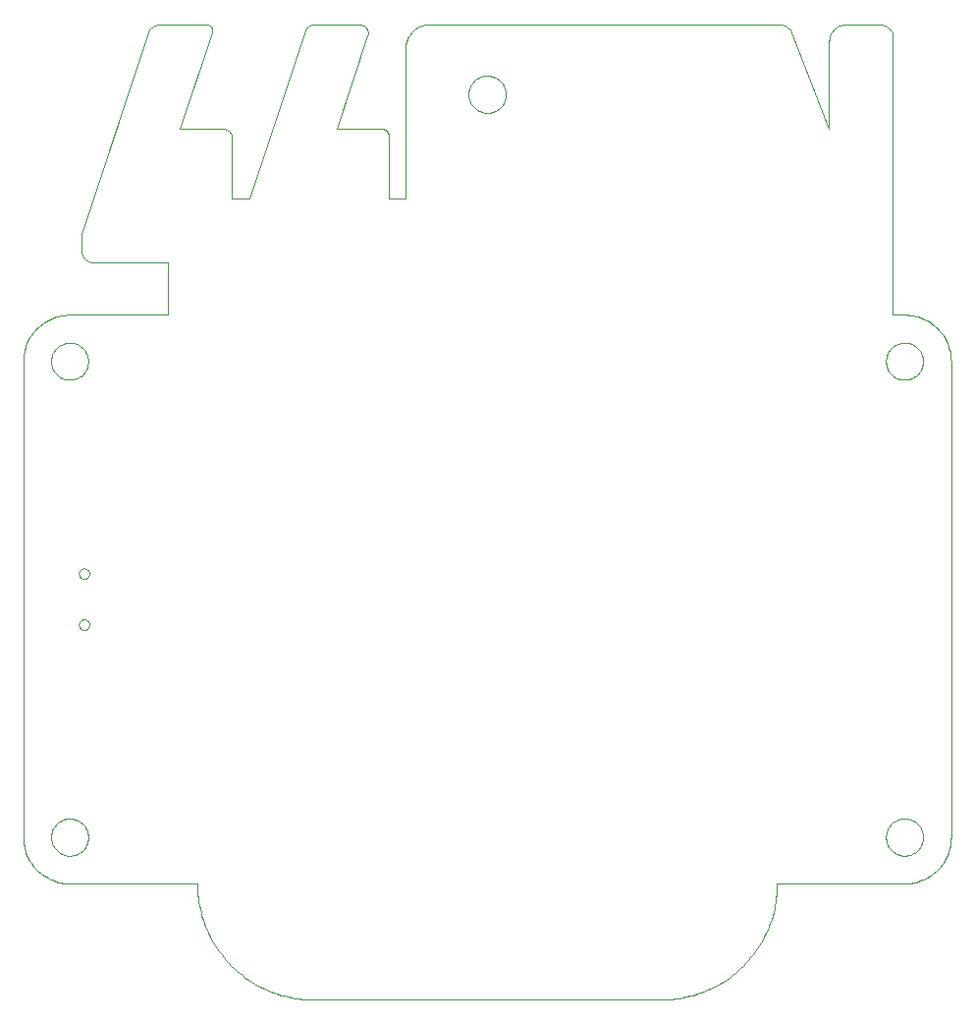
<source format=gko>
G75*
%MOIN*%
%OFA0B0*%
%FSLAX24Y24*%
%IPPOS*%
%LPD*%
%AMOC8*
5,1,8,0,0,1.08239X$1,22.5*
%
%ADD10C,0.0000*%
D10*
X005418Y005662D02*
X005418Y021804D01*
X006363Y021804D02*
X006365Y021854D01*
X006371Y021904D01*
X006381Y021953D01*
X006395Y022001D01*
X006412Y022048D01*
X006433Y022093D01*
X006458Y022137D01*
X006486Y022178D01*
X006518Y022217D01*
X006552Y022254D01*
X006589Y022288D01*
X006629Y022318D01*
X006671Y022345D01*
X006715Y022369D01*
X006761Y022390D01*
X006808Y022406D01*
X006856Y022419D01*
X006906Y022428D01*
X006955Y022433D01*
X007006Y022434D01*
X007056Y022431D01*
X007105Y022424D01*
X007154Y022413D01*
X007202Y022398D01*
X007248Y022380D01*
X007293Y022358D01*
X007336Y022332D01*
X007377Y022303D01*
X007416Y022271D01*
X007452Y022236D01*
X007484Y022198D01*
X007514Y022158D01*
X007541Y022115D01*
X007564Y022071D01*
X007583Y022025D01*
X007599Y021977D01*
X007611Y021928D01*
X007619Y021879D01*
X007623Y021829D01*
X007623Y021779D01*
X007619Y021729D01*
X007611Y021680D01*
X007599Y021631D01*
X007583Y021583D01*
X007564Y021537D01*
X007541Y021493D01*
X007514Y021450D01*
X007484Y021410D01*
X007452Y021372D01*
X007416Y021337D01*
X007377Y021305D01*
X007336Y021276D01*
X007293Y021250D01*
X007248Y021228D01*
X007202Y021210D01*
X007154Y021195D01*
X007105Y021184D01*
X007056Y021177D01*
X007006Y021174D01*
X006955Y021175D01*
X006906Y021180D01*
X006856Y021189D01*
X006808Y021202D01*
X006761Y021218D01*
X006715Y021239D01*
X006671Y021263D01*
X006629Y021290D01*
X006589Y021320D01*
X006552Y021354D01*
X006518Y021391D01*
X006486Y021430D01*
X006458Y021471D01*
X006433Y021515D01*
X006412Y021560D01*
X006395Y021607D01*
X006381Y021655D01*
X006371Y021704D01*
X006365Y021754D01*
X006363Y021804D01*
X005418Y021804D02*
X005420Y021881D01*
X005426Y021958D01*
X005435Y022035D01*
X005448Y022111D01*
X005465Y022187D01*
X005486Y022261D01*
X005510Y022335D01*
X005538Y022407D01*
X005569Y022477D01*
X005604Y022546D01*
X005642Y022614D01*
X005683Y022679D01*
X005728Y022742D01*
X005776Y022803D01*
X005826Y022862D01*
X005879Y022918D01*
X005935Y022971D01*
X005994Y023021D01*
X006055Y023069D01*
X006118Y023114D01*
X006183Y023155D01*
X006251Y023193D01*
X006320Y023228D01*
X006390Y023259D01*
X006462Y023287D01*
X006536Y023311D01*
X006610Y023332D01*
X006686Y023349D01*
X006762Y023362D01*
X006839Y023371D01*
X006916Y023377D01*
X006993Y023379D01*
X006993Y023378D02*
X010339Y023378D01*
X010339Y025150D01*
X007827Y025150D01*
X007786Y025152D01*
X007746Y025157D01*
X007707Y025167D01*
X007668Y025180D01*
X007631Y025196D01*
X007595Y025216D01*
X007562Y025239D01*
X007531Y025265D01*
X007502Y025294D01*
X007476Y025325D01*
X007453Y025358D01*
X007433Y025394D01*
X007417Y025431D01*
X007404Y025470D01*
X007394Y025509D01*
X007389Y025549D01*
X007387Y025590D01*
X007387Y026134D01*
X009659Y032952D01*
X009673Y032987D01*
X009690Y033021D01*
X009710Y033053D01*
X009733Y033083D01*
X009759Y033110D01*
X009788Y033135D01*
X009818Y033157D01*
X009851Y033176D01*
X009885Y033192D01*
X009921Y033205D01*
X009958Y033214D01*
X009995Y033219D01*
X010033Y033221D01*
X011641Y033221D01*
X011668Y033219D01*
X011694Y033214D01*
X011719Y033205D01*
X011742Y033193D01*
X011764Y033178D01*
X011784Y033160D01*
X011801Y033139D01*
X011815Y033117D01*
X011826Y033092D01*
X011833Y033067D01*
X011837Y033040D01*
X011838Y033014D01*
X011835Y032987D01*
X011828Y032962D01*
X010733Y029678D01*
X012226Y029678D01*
X012226Y029677D02*
X012257Y029675D01*
X012288Y029670D01*
X012318Y029661D01*
X012347Y029649D01*
X012374Y029634D01*
X012399Y029616D01*
X012423Y029596D01*
X012443Y029572D01*
X012461Y029547D01*
X012476Y029520D01*
X012488Y029491D01*
X012497Y029461D01*
X012502Y029430D01*
X012504Y029399D01*
X012505Y029399D02*
X012505Y027315D01*
X013095Y027315D01*
X015000Y033031D01*
X015000Y033030D02*
X015012Y033059D01*
X015027Y033087D01*
X015045Y033113D01*
X015066Y033137D01*
X015089Y033158D01*
X015115Y033176D01*
X015142Y033192D01*
X015171Y033204D01*
X015201Y033213D01*
X015233Y033218D01*
X015264Y033220D01*
X015264Y033221D02*
X016843Y033221D01*
X016843Y033220D02*
X016876Y033218D01*
X016908Y033212D01*
X016940Y033203D01*
X016970Y033189D01*
X016998Y033173D01*
X017024Y033153D01*
X017048Y033130D01*
X017069Y033105D01*
X017086Y033077D01*
X017100Y033047D01*
X017111Y033016D01*
X017118Y032984D01*
X017121Y032951D01*
X017120Y032918D01*
X017115Y032886D01*
X017107Y032854D01*
X016048Y029678D01*
X017623Y029678D01*
X017649Y029676D01*
X017674Y029671D01*
X017698Y029663D01*
X017722Y029652D01*
X017743Y029637D01*
X017762Y029620D01*
X017779Y029601D01*
X017794Y029580D01*
X017805Y029556D01*
X017813Y029532D01*
X017818Y029507D01*
X017820Y029481D01*
X017820Y027315D01*
X018410Y027315D01*
X018410Y032341D01*
X018405Y032394D01*
X018404Y032448D01*
X018406Y032502D01*
X018413Y032555D01*
X018422Y032608D01*
X018436Y032660D01*
X018453Y032711D01*
X018473Y032761D01*
X018497Y032809D01*
X018523Y032856D01*
X018553Y032901D01*
X018586Y032943D01*
X018622Y032983D01*
X018661Y033021D01*
X018702Y033056D01*
X018745Y033088D01*
X018790Y033117D01*
X018837Y033143D01*
X018886Y033165D01*
X018937Y033184D01*
X018988Y033200D01*
X019040Y033212D01*
X019094Y033221D01*
X031101Y033221D01*
X031142Y033219D01*
X031182Y033214D01*
X031221Y033204D01*
X031260Y033191D01*
X031297Y033175D01*
X031332Y033155D01*
X031366Y033132D01*
X031397Y033106D01*
X031426Y033078D01*
X031452Y033047D01*
X031475Y033013D01*
X031495Y032978D01*
X031511Y032940D01*
X032780Y029678D01*
X032780Y032664D01*
X032782Y032710D01*
X032788Y032756D01*
X032797Y032801D01*
X032810Y032845D01*
X032827Y032888D01*
X032847Y032929D01*
X032871Y032969D01*
X032897Y033006D01*
X032927Y033041D01*
X032960Y033074D01*
X032995Y033104D01*
X033032Y033130D01*
X033072Y033154D01*
X033113Y033174D01*
X033156Y033191D01*
X033200Y033204D01*
X033245Y033213D01*
X033291Y033219D01*
X033337Y033221D01*
X034505Y033221D01*
X034546Y033219D01*
X034586Y033214D01*
X034625Y033204D01*
X034664Y033191D01*
X034701Y033175D01*
X034737Y033155D01*
X034770Y033132D01*
X034801Y033106D01*
X034830Y033077D01*
X034856Y033046D01*
X034879Y033013D01*
X034899Y032977D01*
X034915Y032940D01*
X034928Y032901D01*
X034938Y032862D01*
X034943Y032822D01*
X034945Y032781D01*
X034946Y032781D02*
X034946Y023378D01*
X035339Y023378D01*
X034709Y021804D02*
X034711Y021854D01*
X034717Y021904D01*
X034727Y021953D01*
X034741Y022001D01*
X034758Y022048D01*
X034779Y022093D01*
X034804Y022137D01*
X034832Y022178D01*
X034864Y022217D01*
X034898Y022254D01*
X034935Y022288D01*
X034975Y022318D01*
X035017Y022345D01*
X035061Y022369D01*
X035107Y022390D01*
X035154Y022406D01*
X035202Y022419D01*
X035252Y022428D01*
X035301Y022433D01*
X035352Y022434D01*
X035402Y022431D01*
X035451Y022424D01*
X035500Y022413D01*
X035548Y022398D01*
X035594Y022380D01*
X035639Y022358D01*
X035682Y022332D01*
X035723Y022303D01*
X035762Y022271D01*
X035798Y022236D01*
X035830Y022198D01*
X035860Y022158D01*
X035887Y022115D01*
X035910Y022071D01*
X035929Y022025D01*
X035945Y021977D01*
X035957Y021928D01*
X035965Y021879D01*
X035969Y021829D01*
X035969Y021779D01*
X035965Y021729D01*
X035957Y021680D01*
X035945Y021631D01*
X035929Y021583D01*
X035910Y021537D01*
X035887Y021493D01*
X035860Y021450D01*
X035830Y021410D01*
X035798Y021372D01*
X035762Y021337D01*
X035723Y021305D01*
X035682Y021276D01*
X035639Y021250D01*
X035594Y021228D01*
X035548Y021210D01*
X035500Y021195D01*
X035451Y021184D01*
X035402Y021177D01*
X035352Y021174D01*
X035301Y021175D01*
X035252Y021180D01*
X035202Y021189D01*
X035154Y021202D01*
X035107Y021218D01*
X035061Y021239D01*
X035017Y021263D01*
X034975Y021290D01*
X034935Y021320D01*
X034898Y021354D01*
X034864Y021391D01*
X034832Y021430D01*
X034804Y021471D01*
X034779Y021515D01*
X034758Y021560D01*
X034741Y021607D01*
X034727Y021655D01*
X034717Y021704D01*
X034711Y021754D01*
X034709Y021804D01*
X035339Y023379D02*
X035416Y023377D01*
X035493Y023371D01*
X035570Y023362D01*
X035646Y023349D01*
X035722Y023332D01*
X035796Y023311D01*
X035870Y023287D01*
X035942Y023259D01*
X036012Y023228D01*
X036081Y023193D01*
X036149Y023155D01*
X036214Y023114D01*
X036277Y023069D01*
X036338Y023021D01*
X036397Y022971D01*
X036453Y022918D01*
X036506Y022862D01*
X036556Y022803D01*
X036604Y022742D01*
X036649Y022679D01*
X036690Y022614D01*
X036728Y022546D01*
X036763Y022477D01*
X036794Y022407D01*
X036822Y022335D01*
X036846Y022261D01*
X036867Y022187D01*
X036884Y022111D01*
X036897Y022035D01*
X036906Y021958D01*
X036912Y021881D01*
X036914Y021804D01*
X036914Y005662D01*
X034709Y005662D02*
X034711Y005712D01*
X034717Y005762D01*
X034727Y005811D01*
X034741Y005859D01*
X034758Y005906D01*
X034779Y005951D01*
X034804Y005995D01*
X034832Y006036D01*
X034864Y006075D01*
X034898Y006112D01*
X034935Y006146D01*
X034975Y006176D01*
X035017Y006203D01*
X035061Y006227D01*
X035107Y006248D01*
X035154Y006264D01*
X035202Y006277D01*
X035252Y006286D01*
X035301Y006291D01*
X035352Y006292D01*
X035402Y006289D01*
X035451Y006282D01*
X035500Y006271D01*
X035548Y006256D01*
X035594Y006238D01*
X035639Y006216D01*
X035682Y006190D01*
X035723Y006161D01*
X035762Y006129D01*
X035798Y006094D01*
X035830Y006056D01*
X035860Y006016D01*
X035887Y005973D01*
X035910Y005929D01*
X035929Y005883D01*
X035945Y005835D01*
X035957Y005786D01*
X035965Y005737D01*
X035969Y005687D01*
X035969Y005637D01*
X035965Y005587D01*
X035957Y005538D01*
X035945Y005489D01*
X035929Y005441D01*
X035910Y005395D01*
X035887Y005351D01*
X035860Y005308D01*
X035830Y005268D01*
X035798Y005230D01*
X035762Y005195D01*
X035723Y005163D01*
X035682Y005134D01*
X035639Y005108D01*
X035594Y005086D01*
X035548Y005068D01*
X035500Y005053D01*
X035451Y005042D01*
X035402Y005035D01*
X035352Y005032D01*
X035301Y005033D01*
X035252Y005038D01*
X035202Y005047D01*
X035154Y005060D01*
X035107Y005076D01*
X035061Y005097D01*
X035017Y005121D01*
X034975Y005148D01*
X034935Y005178D01*
X034898Y005212D01*
X034864Y005249D01*
X034832Y005288D01*
X034804Y005329D01*
X034779Y005373D01*
X034758Y005418D01*
X034741Y005465D01*
X034727Y005513D01*
X034717Y005562D01*
X034711Y005612D01*
X034709Y005662D01*
X035339Y004087D02*
X035416Y004089D01*
X035493Y004095D01*
X035570Y004104D01*
X035646Y004117D01*
X035722Y004134D01*
X035796Y004155D01*
X035870Y004179D01*
X035942Y004207D01*
X036012Y004238D01*
X036081Y004273D01*
X036149Y004311D01*
X036214Y004352D01*
X036277Y004397D01*
X036338Y004445D01*
X036397Y004495D01*
X036453Y004548D01*
X036506Y004604D01*
X036556Y004663D01*
X036604Y004724D01*
X036649Y004787D01*
X036690Y004852D01*
X036728Y004920D01*
X036763Y004989D01*
X036794Y005059D01*
X036822Y005131D01*
X036846Y005205D01*
X036867Y005279D01*
X036884Y005355D01*
X036897Y005431D01*
X036906Y005508D01*
X036912Y005585D01*
X036914Y005662D01*
X035339Y004087D02*
X031009Y004087D01*
X031007Y003963D01*
X031001Y003840D01*
X030992Y003716D01*
X030978Y003594D01*
X030961Y003471D01*
X030939Y003349D01*
X030914Y003228D01*
X030885Y003108D01*
X030853Y002989D01*
X030816Y002870D01*
X030776Y002753D01*
X030733Y002638D01*
X030685Y002523D01*
X030634Y002411D01*
X030580Y002300D01*
X030522Y002190D01*
X030461Y002083D01*
X030396Y001977D01*
X030328Y001874D01*
X030257Y001773D01*
X030183Y001674D01*
X030106Y001577D01*
X030025Y001483D01*
X029942Y001392D01*
X029856Y001303D01*
X029767Y001217D01*
X029676Y001134D01*
X029582Y001053D01*
X029485Y000976D01*
X029386Y000902D01*
X029285Y000831D01*
X029182Y000763D01*
X029076Y000698D01*
X028969Y000637D01*
X028859Y000579D01*
X028748Y000525D01*
X028636Y000474D01*
X028521Y000426D01*
X028406Y000383D01*
X028289Y000343D01*
X028170Y000306D01*
X028051Y000274D01*
X027931Y000245D01*
X027810Y000220D01*
X027688Y000198D01*
X027565Y000181D01*
X027443Y000167D01*
X027319Y000158D01*
X027196Y000152D01*
X027072Y000150D01*
X015261Y000150D01*
X015137Y000152D01*
X015014Y000158D01*
X014890Y000167D01*
X014768Y000181D01*
X014645Y000198D01*
X014523Y000220D01*
X014402Y000245D01*
X014282Y000274D01*
X014163Y000306D01*
X014044Y000343D01*
X013927Y000383D01*
X013812Y000426D01*
X013697Y000474D01*
X013585Y000525D01*
X013474Y000579D01*
X013364Y000637D01*
X013257Y000698D01*
X013151Y000763D01*
X013048Y000831D01*
X012947Y000902D01*
X012848Y000976D01*
X012751Y001053D01*
X012657Y001134D01*
X012566Y001217D01*
X012477Y001303D01*
X012391Y001392D01*
X012308Y001483D01*
X012227Y001577D01*
X012150Y001674D01*
X012076Y001773D01*
X012005Y001874D01*
X011937Y001977D01*
X011872Y002083D01*
X011811Y002190D01*
X011753Y002300D01*
X011699Y002411D01*
X011648Y002523D01*
X011600Y002638D01*
X011557Y002753D01*
X011517Y002870D01*
X011480Y002989D01*
X011448Y003108D01*
X011419Y003228D01*
X011394Y003349D01*
X011372Y003471D01*
X011355Y003594D01*
X011341Y003716D01*
X011332Y003840D01*
X011326Y003963D01*
X011324Y004087D01*
X006993Y004087D01*
X006363Y005662D02*
X006365Y005712D01*
X006371Y005762D01*
X006381Y005811D01*
X006395Y005859D01*
X006412Y005906D01*
X006433Y005951D01*
X006458Y005995D01*
X006486Y006036D01*
X006518Y006075D01*
X006552Y006112D01*
X006589Y006146D01*
X006629Y006176D01*
X006671Y006203D01*
X006715Y006227D01*
X006761Y006248D01*
X006808Y006264D01*
X006856Y006277D01*
X006906Y006286D01*
X006955Y006291D01*
X007006Y006292D01*
X007056Y006289D01*
X007105Y006282D01*
X007154Y006271D01*
X007202Y006256D01*
X007248Y006238D01*
X007293Y006216D01*
X007336Y006190D01*
X007377Y006161D01*
X007416Y006129D01*
X007452Y006094D01*
X007484Y006056D01*
X007514Y006016D01*
X007541Y005973D01*
X007564Y005929D01*
X007583Y005883D01*
X007599Y005835D01*
X007611Y005786D01*
X007619Y005737D01*
X007623Y005687D01*
X007623Y005637D01*
X007619Y005587D01*
X007611Y005538D01*
X007599Y005489D01*
X007583Y005441D01*
X007564Y005395D01*
X007541Y005351D01*
X007514Y005308D01*
X007484Y005268D01*
X007452Y005230D01*
X007416Y005195D01*
X007377Y005163D01*
X007336Y005134D01*
X007293Y005108D01*
X007248Y005086D01*
X007202Y005068D01*
X007154Y005053D01*
X007105Y005042D01*
X007056Y005035D01*
X007006Y005032D01*
X006955Y005033D01*
X006906Y005038D01*
X006856Y005047D01*
X006808Y005060D01*
X006761Y005076D01*
X006715Y005097D01*
X006671Y005121D01*
X006629Y005148D01*
X006589Y005178D01*
X006552Y005212D01*
X006518Y005249D01*
X006486Y005288D01*
X006458Y005329D01*
X006433Y005373D01*
X006412Y005418D01*
X006395Y005465D01*
X006381Y005513D01*
X006371Y005562D01*
X006365Y005612D01*
X006363Y005662D01*
X005418Y005662D02*
X005420Y005585D01*
X005426Y005508D01*
X005435Y005431D01*
X005448Y005355D01*
X005465Y005279D01*
X005486Y005205D01*
X005510Y005131D01*
X005538Y005059D01*
X005569Y004989D01*
X005604Y004920D01*
X005642Y004852D01*
X005683Y004787D01*
X005728Y004724D01*
X005776Y004663D01*
X005826Y004604D01*
X005879Y004548D01*
X005935Y004495D01*
X005994Y004445D01*
X006055Y004397D01*
X006118Y004352D01*
X006183Y004311D01*
X006251Y004273D01*
X006320Y004238D01*
X006390Y004207D01*
X006462Y004179D01*
X006536Y004155D01*
X006610Y004134D01*
X006686Y004117D01*
X006762Y004104D01*
X006839Y004095D01*
X006916Y004089D01*
X006993Y004087D01*
X007308Y012867D02*
X007310Y012893D01*
X007316Y012919D01*
X007326Y012944D01*
X007339Y012967D01*
X007355Y012987D01*
X007375Y013005D01*
X007397Y013020D01*
X007420Y013032D01*
X007446Y013040D01*
X007472Y013044D01*
X007498Y013044D01*
X007524Y013040D01*
X007550Y013032D01*
X007574Y013020D01*
X007595Y013005D01*
X007615Y012987D01*
X007631Y012967D01*
X007644Y012944D01*
X007654Y012919D01*
X007660Y012893D01*
X007662Y012867D01*
X007660Y012841D01*
X007654Y012815D01*
X007644Y012790D01*
X007631Y012767D01*
X007615Y012747D01*
X007595Y012729D01*
X007573Y012714D01*
X007550Y012702D01*
X007524Y012694D01*
X007498Y012690D01*
X007472Y012690D01*
X007446Y012694D01*
X007420Y012702D01*
X007396Y012714D01*
X007375Y012729D01*
X007355Y012747D01*
X007339Y012767D01*
X007326Y012790D01*
X007316Y012815D01*
X007310Y012841D01*
X007308Y012867D01*
X007308Y014599D02*
X007310Y014625D01*
X007316Y014651D01*
X007326Y014676D01*
X007339Y014699D01*
X007355Y014719D01*
X007375Y014737D01*
X007397Y014752D01*
X007420Y014764D01*
X007446Y014772D01*
X007472Y014776D01*
X007498Y014776D01*
X007524Y014772D01*
X007550Y014764D01*
X007574Y014752D01*
X007595Y014737D01*
X007615Y014719D01*
X007631Y014699D01*
X007644Y014676D01*
X007654Y014651D01*
X007660Y014625D01*
X007662Y014599D01*
X007660Y014573D01*
X007654Y014547D01*
X007644Y014522D01*
X007631Y014499D01*
X007615Y014479D01*
X007595Y014461D01*
X007573Y014446D01*
X007550Y014434D01*
X007524Y014426D01*
X007498Y014422D01*
X007472Y014422D01*
X007446Y014426D01*
X007420Y014434D01*
X007396Y014446D01*
X007375Y014461D01*
X007355Y014479D01*
X007339Y014499D01*
X007326Y014522D01*
X007316Y014547D01*
X007310Y014573D01*
X007308Y014599D01*
X020536Y030859D02*
X020538Y030909D01*
X020544Y030959D01*
X020554Y031008D01*
X020568Y031056D01*
X020585Y031103D01*
X020606Y031148D01*
X020631Y031192D01*
X020659Y031233D01*
X020691Y031272D01*
X020725Y031309D01*
X020762Y031343D01*
X020802Y031373D01*
X020844Y031400D01*
X020888Y031424D01*
X020934Y031445D01*
X020981Y031461D01*
X021029Y031474D01*
X021079Y031483D01*
X021128Y031488D01*
X021179Y031489D01*
X021229Y031486D01*
X021278Y031479D01*
X021327Y031468D01*
X021375Y031453D01*
X021421Y031435D01*
X021466Y031413D01*
X021509Y031387D01*
X021550Y031358D01*
X021589Y031326D01*
X021625Y031291D01*
X021657Y031253D01*
X021687Y031213D01*
X021714Y031170D01*
X021737Y031126D01*
X021756Y031080D01*
X021772Y031032D01*
X021784Y030983D01*
X021792Y030934D01*
X021796Y030884D01*
X021796Y030834D01*
X021792Y030784D01*
X021784Y030735D01*
X021772Y030686D01*
X021756Y030638D01*
X021737Y030592D01*
X021714Y030548D01*
X021687Y030505D01*
X021657Y030465D01*
X021625Y030427D01*
X021589Y030392D01*
X021550Y030360D01*
X021509Y030331D01*
X021466Y030305D01*
X021421Y030283D01*
X021375Y030265D01*
X021327Y030250D01*
X021278Y030239D01*
X021229Y030232D01*
X021179Y030229D01*
X021128Y030230D01*
X021079Y030235D01*
X021029Y030244D01*
X020981Y030257D01*
X020934Y030273D01*
X020888Y030294D01*
X020844Y030318D01*
X020802Y030345D01*
X020762Y030375D01*
X020725Y030409D01*
X020691Y030446D01*
X020659Y030485D01*
X020631Y030526D01*
X020606Y030570D01*
X020585Y030615D01*
X020568Y030662D01*
X020554Y030710D01*
X020544Y030759D01*
X020538Y030809D01*
X020536Y030859D01*
M02*

</source>
